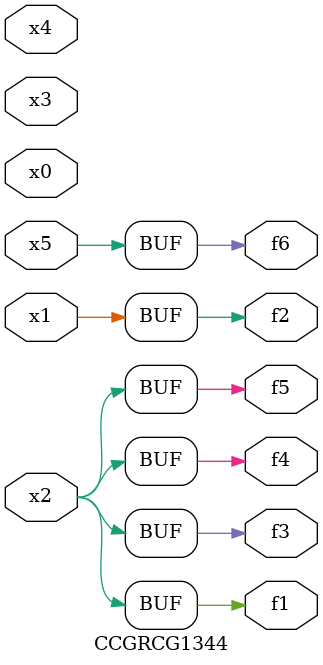
<source format=v>
module CCGRCG1344(
	input x0, x1, x2, x3, x4, x5,
	output f1, f2, f3, f4, f5, f6
);
	assign f1 = x2;
	assign f2 = x1;
	assign f3 = x2;
	assign f4 = x2;
	assign f5 = x2;
	assign f6 = x5;
endmodule

</source>
